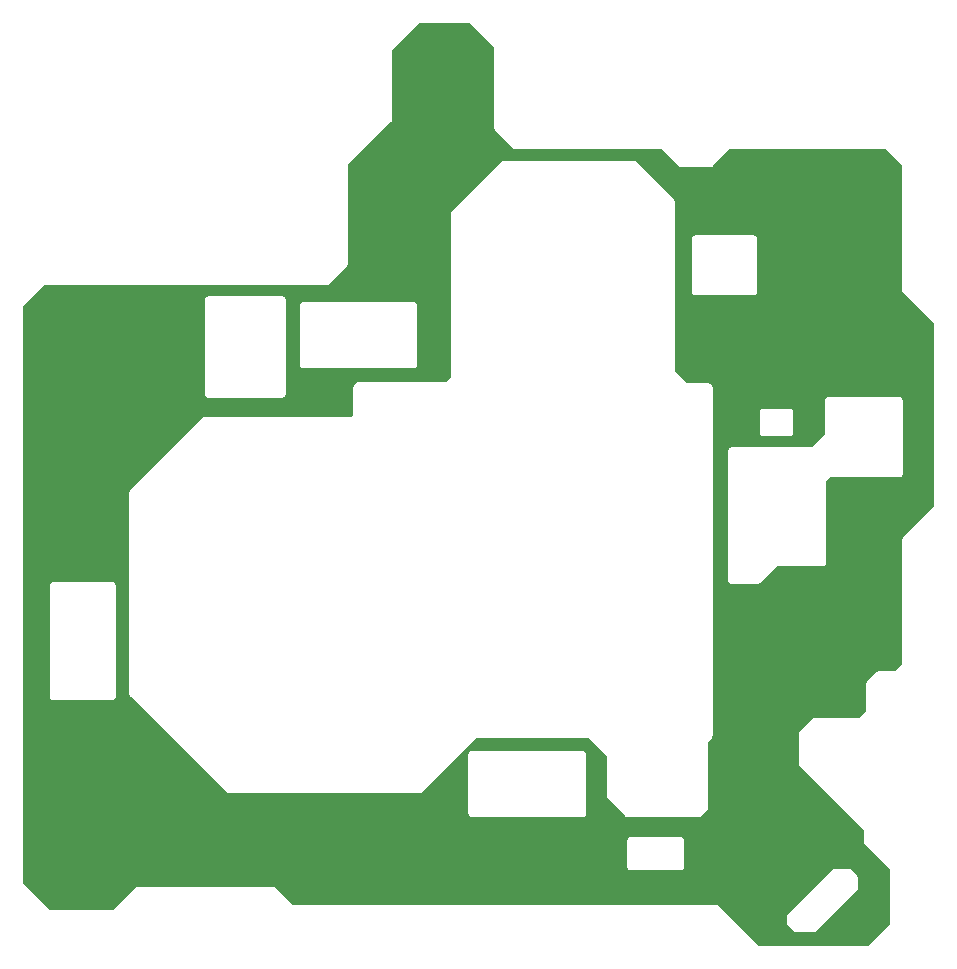
<source format=gtl>
G04*
G04 #@! TF.GenerationSoftware,Altium Limited,Altium Designer,20.0.14 (345)*
G04*
G04 Layer_Physical_Order=1*
G04 Layer_Color=255*
%FSLAX43Y43*%
%MOMM*%
G71*
G01*
G75*
%ADD11C,0.300*%
%ADD12C,1.000*%
%ADD13C,8.000*%
%ADD14C,2.600*%
G36*
X77215Y118382D02*
X77215Y111500D01*
X77215Y111500D01*
X77237Y111391D01*
X77299Y111299D01*
X77299Y111299D01*
X78799Y109799D01*
X78799Y109799D01*
X78891Y109737D01*
X78909Y109733D01*
X79000Y109715D01*
X79000Y109715D01*
X91382D01*
X92799Y108299D01*
X92799Y108299D01*
X92891Y108237D01*
X93000Y108215D01*
X93000Y108215D01*
X95500D01*
X95500Y108215D01*
X95609Y108237D01*
X95701Y108299D01*
X97118Y109715D01*
X110382D01*
X111715Y108382D01*
Y97875D01*
X111715Y97875D01*
X111737Y97766D01*
X111799Y97674D01*
X114465Y95007D01*
Y79493D01*
X111799Y76826D01*
X111737Y76734D01*
X111715Y76625D01*
X111715Y76625D01*
Y66118D01*
X111132Y65535D01*
X109750D01*
X109750Y65535D01*
X109641Y65513D01*
X109549Y65451D01*
X109549Y65451D01*
X108799Y64701D01*
X108799Y64701D01*
X108737Y64609D01*
X108715Y64500D01*
X108715Y64500D01*
Y62181D01*
X108132Y61597D01*
X104312D01*
X104203Y61576D01*
X104111Y61514D01*
X104111Y61514D01*
X103049Y60451D01*
X102987Y60359D01*
X102965Y60250D01*
X102965Y60250D01*
Y57750D01*
X102965Y57750D01*
X102987Y57641D01*
X103049Y57549D01*
X108465Y52132D01*
Y51125D01*
X108465Y51125D01*
X108487Y51016D01*
X108549Y50924D01*
X110715Y48757D01*
Y44118D01*
X108882Y42285D01*
X99618D01*
X96201Y45701D01*
X96109Y45763D01*
X96000Y45785D01*
X96000Y45785D01*
X60118D01*
X58701Y47201D01*
X58609Y47263D01*
X58500Y47285D01*
X58500Y47285D01*
X47000D01*
X47000Y47285D01*
X46891Y47263D01*
X46799Y47201D01*
X46799Y47201D01*
X44882Y45285D01*
X39618D01*
X37285Y47618D01*
Y96382D01*
X39118Y98215D01*
X63000D01*
X63000Y98215D01*
X63109Y98237D01*
X63201Y98299D01*
X64701Y99799D01*
X64701Y99799D01*
X64763Y99891D01*
X64785Y100000D01*
Y108382D01*
X66201Y109799D01*
X66201Y109799D01*
X68451Y112049D01*
X68451Y112049D01*
X68513Y112141D01*
X68535Y112250D01*
X68535Y112250D01*
Y118132D01*
X70868Y120465D01*
X73250D01*
X75132Y120465D01*
X77215Y118382D01*
D02*
G37*
%LPC*%
G36*
X89050Y108735D02*
X89050Y108735D01*
X77950D01*
X77950Y108735D01*
X77841Y108713D01*
X77749Y108651D01*
X77749Y108651D01*
X73599Y104501D01*
X73537Y104409D01*
X73515Y104300D01*
X73515Y104300D01*
Y90468D01*
X73082Y90035D01*
X65700D01*
X65591Y90013D01*
X65499Y89951D01*
X65499Y89951D01*
X65349Y89801D01*
X65287Y89709D01*
X65265Y89600D01*
X65265Y89600D01*
Y87268D01*
X65082Y87085D01*
X52700D01*
X52700Y87085D01*
X52591Y87063D01*
X52499Y87001D01*
X52499Y87001D01*
X46399Y80901D01*
X46337Y80809D01*
X46315Y80700D01*
X46315Y80700D01*
Y75050D01*
Y70700D01*
Y63650D01*
X46315Y63650D01*
X46337Y63541D01*
X46399Y63449D01*
X54549Y55299D01*
X54549Y55299D01*
X54641Y55237D01*
X54750Y55215D01*
X54750Y55215D01*
X70900D01*
X70900Y55215D01*
X71009Y55237D01*
X71101Y55299D01*
X75688Y59885D01*
X85212D01*
X86715Y58382D01*
Y55000D01*
X86715Y55000D01*
X86737Y54891D01*
X86799Y54799D01*
X88299Y53299D01*
X88299Y53299D01*
X88391Y53237D01*
X88500Y53215D01*
X94500D01*
X94500Y53215D01*
X94609Y53237D01*
X94701Y53299D01*
X95201Y53799D01*
X95201Y53799D01*
X95263Y53891D01*
X95285Y54000D01*
Y59582D01*
X95601Y59899D01*
X95601Y59899D01*
X95663Y59991D01*
X95685Y60100D01*
Y89540D01*
X95663Y89649D01*
X95601Y89741D01*
X95601Y89741D01*
X95441Y89901D01*
X95349Y89963D01*
X95240Y89985D01*
X95240Y89985D01*
X93518D01*
X92535Y90968D01*
Y105250D01*
X92535Y105250D01*
X92513Y105359D01*
X92451Y105451D01*
X92451Y105451D01*
X89251Y108651D01*
X89159Y108713D01*
X89050Y108735D01*
D02*
G37*
G36*
X99200Y102435D02*
X94200D01*
X94091Y102413D01*
X93999Y102351D01*
X93937Y102259D01*
X93915Y102150D01*
Y97700D01*
X93937Y97591D01*
X93999Y97499D01*
X94091Y97437D01*
X94200Y97415D01*
X99200D01*
X99309Y97437D01*
X99401Y97499D01*
X99463Y97591D01*
X99485Y97700D01*
Y102150D01*
X99463Y102259D01*
X99401Y102351D01*
X99309Y102413D01*
X99200Y102435D01*
D02*
G37*
G36*
X70400Y96785D02*
X61000D01*
X60891Y96763D01*
X60799Y96701D01*
X60737Y96609D01*
X60715Y96500D01*
Y91500D01*
X60737Y91391D01*
X60799Y91299D01*
X60891Y91237D01*
X61000Y91215D01*
X70400D01*
X70509Y91237D01*
X70601Y91299D01*
X70663Y91391D01*
X70685Y91500D01*
Y96500D01*
X70663Y96609D01*
X70601Y96701D01*
X70509Y96763D01*
X70400Y96785D01*
D02*
G37*
G36*
X59250Y97285D02*
X53000D01*
X52891Y97263D01*
X52799Y97201D01*
X52737Y97109D01*
X52715Y97000D01*
Y89000D01*
X52737Y88891D01*
X52799Y88799D01*
X52891Y88737D01*
X53000Y88715D01*
X59250D01*
X59359Y88737D01*
X59451Y88799D01*
X59513Y88891D01*
X59535Y89000D01*
Y97000D01*
X59513Y97109D01*
X59451Y97201D01*
X59359Y97263D01*
X59250Y97285D01*
D02*
G37*
G36*
X102250Y87785D02*
X100000D01*
X99891Y87763D01*
X99799Y87701D01*
X99737Y87609D01*
X99715Y87500D01*
Y85750D01*
X99737Y85641D01*
X99799Y85549D01*
X99891Y85487D01*
X100000Y85465D01*
X102250D01*
X102359Y85487D01*
X102451Y85549D01*
X102513Y85641D01*
X102535Y85750D01*
Y87500D01*
X102513Y87609D01*
X102451Y87701D01*
X102359Y87763D01*
X102250Y87785D01*
D02*
G37*
G36*
X111500Y88785D02*
X105500D01*
X105391Y88763D01*
X105299Y88701D01*
X105237Y88609D01*
X105215Y88500D01*
Y85618D01*
X104082Y84485D01*
X97300D01*
X97300Y84485D01*
X97191Y84463D01*
X97099Y84401D01*
X97099Y84401D01*
X97049Y84351D01*
X96987Y84259D01*
X96965Y84150D01*
X96965Y84150D01*
Y73250D01*
X96987Y73141D01*
X97049Y73049D01*
X97141Y72987D01*
X97250Y72965D01*
X99500D01*
X99500Y72965D01*
X99609Y72987D01*
X99701Y73049D01*
X101118Y74465D01*
X105000D01*
X105109Y74487D01*
X105201Y74549D01*
X105263Y74641D01*
X105285Y74750D01*
Y81632D01*
X105618Y81965D01*
X111500D01*
X111609Y81987D01*
X111701Y82049D01*
X111763Y82141D01*
X111785Y82250D01*
Y88500D01*
X111763Y88609D01*
X111701Y88701D01*
X111609Y88763D01*
X111500Y88785D01*
D02*
G37*
G36*
X44850Y73085D02*
X39850D01*
X39741Y73063D01*
X39649Y73001D01*
X39587Y72909D01*
X39565Y72800D01*
Y63400D01*
X39587Y63291D01*
X39649Y63199D01*
X39741Y63137D01*
X39850Y63115D01*
X44850D01*
X44959Y63137D01*
X45051Y63199D01*
X45113Y63291D01*
X45135Y63400D01*
Y72800D01*
X45113Y72909D01*
X45051Y73001D01*
X44959Y73063D01*
X44850Y73085D01*
D02*
G37*
G36*
X84700Y58785D02*
X75300D01*
X75191Y58763D01*
X75099Y58701D01*
X75037Y58609D01*
X75015Y58500D01*
Y53500D01*
X75037Y53391D01*
X75099Y53299D01*
X75191Y53237D01*
X75300Y53215D01*
X84700D01*
X84809Y53237D01*
X84901Y53299D01*
X84963Y53391D01*
X84985Y53500D01*
Y58500D01*
X84963Y58609D01*
X84901Y58701D01*
X84809Y58763D01*
X84700Y58785D01*
D02*
G37*
G36*
X93000Y51535D02*
X88750D01*
X88641Y51513D01*
X88549Y51451D01*
X88487Y51359D01*
X88465Y51250D01*
Y49000D01*
X88487Y48891D01*
X88549Y48799D01*
X88641Y48737D01*
X88750Y48715D01*
X93000D01*
X93109Y48737D01*
X93201Y48799D01*
X93263Y48891D01*
X93285Y49000D01*
Y51250D01*
X93263Y51359D01*
X93201Y51451D01*
X93109Y51513D01*
X93000Y51535D01*
D02*
G37*
G36*
X107250Y48785D02*
X107250Y48785D01*
X106000D01*
X105891Y48763D01*
X105799Y48701D01*
X105799Y48701D01*
X102049Y44951D01*
X101987Y44859D01*
X101965Y44750D01*
X101965Y44750D01*
Y44250D01*
X101965Y44250D01*
X101987Y44141D01*
X102049Y44049D01*
X102549Y43549D01*
X102549Y43549D01*
X102641Y43487D01*
X102750Y43465D01*
X104250D01*
X104250Y43465D01*
X104359Y43487D01*
X104451Y43549D01*
X107951Y47049D01*
X107951Y47049D01*
X108013Y47141D01*
X108035Y47250D01*
Y48000D01*
X108035Y48000D01*
X108013Y48109D01*
X107951Y48201D01*
X107451Y48701D01*
X107359Y48763D01*
X107250Y48785D01*
D02*
G37*
%LPD*%
D11*
X94900Y102800D02*
D03*
X98500D02*
D03*
X94900Y97000D02*
D03*
X98500D02*
D03*
X99900Y101700D02*
D03*
X93400D02*
D03*
X99900Y98100D02*
D03*
X93400D02*
D03*
X101100Y84900D02*
D03*
Y73500D02*
D03*
X103900Y84900D02*
D03*
Y74100D02*
D03*
X105700Y77400D02*
D03*
X96250D02*
D03*
X105700Y75200D02*
D03*
X96500D02*
D03*
X40950Y73500D02*
D03*
Y62700D02*
D03*
X43750Y73500D02*
D03*
Y62700D02*
D03*
X45550Y72400D02*
D03*
X39050D02*
D03*
X45550Y70200D02*
D03*
X39050D02*
D03*
X45550Y66000D02*
D03*
X39050D02*
D03*
X45550Y63800D02*
D03*
X39050D02*
D03*
X61400Y97300D02*
D03*
Y90800D02*
D03*
X63600Y97300D02*
D03*
Y90800D02*
D03*
X67800Y97300D02*
D03*
Y90800D02*
D03*
X70000Y97300D02*
D03*
Y90800D02*
D03*
X60300Y92600D02*
D03*
X71100D02*
D03*
X60300Y95400D02*
D03*
X71100D02*
D03*
X75700Y59300D02*
D03*
Y52800D02*
D03*
X77900Y59300D02*
D03*
Y52800D02*
D03*
X82100Y59300D02*
D03*
Y52800D02*
D03*
X84300Y59300D02*
D03*
Y52800D02*
D03*
X74600Y54600D02*
D03*
X85400D02*
D03*
X74600Y57400D02*
D03*
X85400D02*
D03*
X106900Y44800D02*
D03*
Y49550D02*
D03*
X103900Y47600D02*
D03*
X108450D02*
D03*
X105900Y44300D02*
D03*
Y49550D02*
D03*
X103900Y43050D02*
D03*
X101450Y44800D02*
D03*
X102900Y43050D02*
D03*
Y46550D02*
D03*
X103250Y86500D02*
D03*
X99250D02*
D03*
X104250Y86750D02*
D03*
X98250D02*
D03*
X98100Y72500D02*
D03*
Y85500D02*
D03*
X96500Y76600D02*
D03*
X100500Y72600D02*
D03*
X109100Y81250D02*
D03*
Y89500D02*
D03*
X108100Y80500D02*
D03*
Y90250D02*
D03*
X112500Y85900D02*
D03*
X104500D02*
D03*
X112500Y83100D02*
D03*
X96500D02*
D03*
X106100Y81250D02*
D03*
Y89500D02*
D03*
X107150Y81250D02*
D03*
Y89500D02*
D03*
X106650Y80500D02*
D03*
Y90250D02*
D03*
X110150Y81250D02*
D03*
Y89500D02*
D03*
X110750Y80500D02*
D03*
Y90250D02*
D03*
X109650Y80500D02*
D03*
Y90250D02*
D03*
D12*
X71160Y114160D02*
D03*
Y117840D02*
D03*
X74840Y114160D02*
D03*
Y117840D02*
D03*
X73000Y113400D02*
D03*
X70400Y116000D02*
D03*
X73000Y118600D02*
D03*
X75600Y116000D02*
D03*
X98160Y48160D02*
D03*
X101840D02*
D03*
Y51840D02*
D03*
X100000Y47400D02*
D03*
X97400Y50000D02*
D03*
X100000Y52600D02*
D03*
X102600Y50000D02*
D03*
X98160Y90160D02*
D03*
Y93840D02*
D03*
X101840Y90160D02*
D03*
Y93840D02*
D03*
X100000Y89400D02*
D03*
X97400Y92000D02*
D03*
X100000Y94600D02*
D03*
X102600Y92000D02*
D03*
X40160Y48160D02*
D03*
Y51840D02*
D03*
X43840Y48160D02*
D03*
Y51840D02*
D03*
X42000Y47400D02*
D03*
X39400Y50000D02*
D03*
X42000Y52600D02*
D03*
X44600Y50000D02*
D03*
X40160Y90160D02*
D03*
Y93840D02*
D03*
X43840D02*
D03*
X42000Y89400D02*
D03*
X39400Y92000D02*
D03*
X42000Y94600D02*
D03*
X44600Y92000D02*
D03*
D13*
X73000Y116000D02*
D03*
X100000Y50000D02*
D03*
Y92000D02*
D03*
X42000Y50000D02*
D03*
Y92000D02*
D03*
D14*
X97568Y52432D02*
D03*
X44432Y89568D02*
D03*
M02*

</source>
